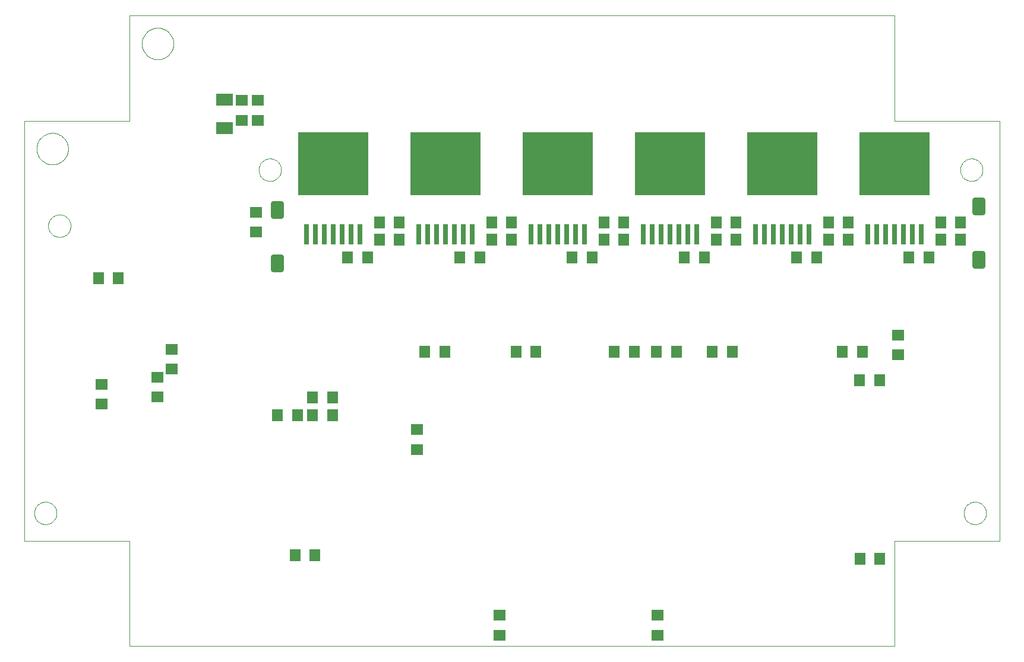
<source format=gtp>
G75*
G70*
%OFA0B0*%
%FSLAX24Y24*%
%IPPOS*%
%LPD*%
%AMOC8*
5,1,8,0,0,1.08239X$1,22.5*
%
%ADD10C,0.0000*%
%ADD11R,0.0315X0.1181*%
%ADD12R,0.3937X0.3543*%
%ADD13R,0.0630X0.0709*%
%ADD14R,0.0709X0.0630*%
%ADD15C,0.0300*%
%ADD16R,0.0630X0.0710*%
%ADD17R,0.0710X0.0630*%
%ADD18R,0.0945X0.0709*%
D10*
X008939Y004759D02*
X008939Y010664D01*
X003033Y010664D01*
X003033Y034286D01*
X008939Y034286D01*
X008939Y040192D01*
X051852Y040192D01*
X051852Y034286D01*
X057758Y034286D01*
X057758Y010664D01*
X051852Y010664D01*
X051852Y004759D01*
X008939Y004759D01*
X003584Y012239D02*
X003586Y012289D01*
X003592Y012339D01*
X003602Y012388D01*
X003616Y012436D01*
X003633Y012483D01*
X003654Y012528D01*
X003679Y012572D01*
X003707Y012613D01*
X003739Y012652D01*
X003773Y012689D01*
X003810Y012723D01*
X003850Y012753D01*
X003892Y012780D01*
X003936Y012804D01*
X003982Y012825D01*
X004029Y012841D01*
X004077Y012854D01*
X004127Y012863D01*
X004176Y012868D01*
X004227Y012869D01*
X004277Y012866D01*
X004326Y012859D01*
X004375Y012848D01*
X004423Y012833D01*
X004469Y012815D01*
X004514Y012793D01*
X004557Y012767D01*
X004598Y012738D01*
X004637Y012706D01*
X004673Y012671D01*
X004705Y012633D01*
X004735Y012593D01*
X004762Y012550D01*
X004785Y012506D01*
X004804Y012460D01*
X004820Y012412D01*
X004832Y012363D01*
X004840Y012314D01*
X004844Y012264D01*
X004844Y012214D01*
X004840Y012164D01*
X004832Y012115D01*
X004820Y012066D01*
X004804Y012018D01*
X004785Y011972D01*
X004762Y011928D01*
X004735Y011885D01*
X004705Y011845D01*
X004673Y011807D01*
X004637Y011772D01*
X004598Y011740D01*
X004557Y011711D01*
X004514Y011685D01*
X004469Y011663D01*
X004423Y011645D01*
X004375Y011630D01*
X004326Y011619D01*
X004277Y011612D01*
X004227Y011609D01*
X004176Y011610D01*
X004127Y011615D01*
X004077Y011624D01*
X004029Y011637D01*
X003982Y011653D01*
X003936Y011674D01*
X003892Y011698D01*
X003850Y011725D01*
X003810Y011755D01*
X003773Y011789D01*
X003739Y011826D01*
X003707Y011865D01*
X003679Y011906D01*
X003654Y011950D01*
X003633Y011995D01*
X003616Y012042D01*
X003602Y012090D01*
X003592Y012139D01*
X003586Y012189D01*
X003584Y012239D01*
X004372Y028381D02*
X004374Y028431D01*
X004380Y028481D01*
X004390Y028530D01*
X004404Y028578D01*
X004421Y028625D01*
X004442Y028670D01*
X004467Y028714D01*
X004495Y028755D01*
X004527Y028794D01*
X004561Y028831D01*
X004598Y028865D01*
X004638Y028895D01*
X004680Y028922D01*
X004724Y028946D01*
X004770Y028967D01*
X004817Y028983D01*
X004865Y028996D01*
X004915Y029005D01*
X004964Y029010D01*
X005015Y029011D01*
X005065Y029008D01*
X005114Y029001D01*
X005163Y028990D01*
X005211Y028975D01*
X005257Y028957D01*
X005302Y028935D01*
X005345Y028909D01*
X005386Y028880D01*
X005425Y028848D01*
X005461Y028813D01*
X005493Y028775D01*
X005523Y028735D01*
X005550Y028692D01*
X005573Y028648D01*
X005592Y028602D01*
X005608Y028554D01*
X005620Y028505D01*
X005628Y028456D01*
X005632Y028406D01*
X005632Y028356D01*
X005628Y028306D01*
X005620Y028257D01*
X005608Y028208D01*
X005592Y028160D01*
X005573Y028114D01*
X005550Y028070D01*
X005523Y028027D01*
X005493Y027987D01*
X005461Y027949D01*
X005425Y027914D01*
X005386Y027882D01*
X005345Y027853D01*
X005302Y027827D01*
X005257Y027805D01*
X005211Y027787D01*
X005163Y027772D01*
X005114Y027761D01*
X005065Y027754D01*
X005015Y027751D01*
X004964Y027752D01*
X004915Y027757D01*
X004865Y027766D01*
X004817Y027779D01*
X004770Y027795D01*
X004724Y027816D01*
X004680Y027840D01*
X004638Y027867D01*
X004598Y027897D01*
X004561Y027931D01*
X004527Y027968D01*
X004495Y028007D01*
X004467Y028048D01*
X004442Y028092D01*
X004421Y028137D01*
X004404Y028184D01*
X004390Y028232D01*
X004380Y028281D01*
X004374Y028331D01*
X004372Y028381D01*
X003722Y032712D02*
X003724Y032771D01*
X003730Y032830D01*
X003740Y032888D01*
X003753Y032946D01*
X003771Y033003D01*
X003792Y033058D01*
X003817Y033112D01*
X003846Y033164D01*
X003878Y033213D01*
X003913Y033261D01*
X003951Y033306D01*
X003992Y033349D01*
X004036Y033389D01*
X004082Y033425D01*
X004131Y033459D01*
X004182Y033489D01*
X004235Y033516D01*
X004290Y033539D01*
X004345Y033558D01*
X004403Y033574D01*
X004461Y033586D01*
X004519Y033594D01*
X004578Y033598D01*
X004638Y033598D01*
X004697Y033594D01*
X004755Y033586D01*
X004813Y033574D01*
X004871Y033558D01*
X004926Y033539D01*
X004981Y033516D01*
X005034Y033489D01*
X005085Y033459D01*
X005134Y033425D01*
X005180Y033389D01*
X005224Y033349D01*
X005265Y033306D01*
X005303Y033261D01*
X005338Y033213D01*
X005370Y033164D01*
X005399Y033112D01*
X005424Y033058D01*
X005445Y033003D01*
X005463Y032946D01*
X005476Y032888D01*
X005486Y032830D01*
X005492Y032771D01*
X005494Y032712D01*
X005492Y032653D01*
X005486Y032594D01*
X005476Y032536D01*
X005463Y032478D01*
X005445Y032421D01*
X005424Y032366D01*
X005399Y032312D01*
X005370Y032260D01*
X005338Y032211D01*
X005303Y032163D01*
X005265Y032118D01*
X005224Y032075D01*
X005180Y032035D01*
X005134Y031999D01*
X005085Y031965D01*
X005034Y031935D01*
X004981Y031908D01*
X004926Y031885D01*
X004871Y031866D01*
X004813Y031850D01*
X004755Y031838D01*
X004697Y031830D01*
X004638Y031826D01*
X004578Y031826D01*
X004519Y031830D01*
X004461Y031838D01*
X004403Y031850D01*
X004345Y031866D01*
X004290Y031885D01*
X004235Y031908D01*
X004182Y031935D01*
X004131Y031965D01*
X004082Y031999D01*
X004036Y032035D01*
X003992Y032075D01*
X003951Y032118D01*
X003913Y032163D01*
X003878Y032211D01*
X003846Y032260D01*
X003817Y032312D01*
X003792Y032366D01*
X003771Y032421D01*
X003753Y032478D01*
X003740Y032536D01*
X003730Y032594D01*
X003724Y032653D01*
X003722Y032712D01*
X009628Y038617D02*
X009630Y038676D01*
X009636Y038735D01*
X009646Y038793D01*
X009659Y038851D01*
X009677Y038908D01*
X009698Y038963D01*
X009723Y039017D01*
X009752Y039069D01*
X009784Y039118D01*
X009819Y039166D01*
X009857Y039211D01*
X009898Y039254D01*
X009942Y039294D01*
X009988Y039330D01*
X010037Y039364D01*
X010088Y039394D01*
X010141Y039421D01*
X010196Y039444D01*
X010251Y039463D01*
X010309Y039479D01*
X010367Y039491D01*
X010425Y039499D01*
X010484Y039503D01*
X010544Y039503D01*
X010603Y039499D01*
X010661Y039491D01*
X010719Y039479D01*
X010777Y039463D01*
X010832Y039444D01*
X010887Y039421D01*
X010940Y039394D01*
X010991Y039364D01*
X011040Y039330D01*
X011086Y039294D01*
X011130Y039254D01*
X011171Y039211D01*
X011209Y039166D01*
X011244Y039118D01*
X011276Y039069D01*
X011305Y039017D01*
X011330Y038963D01*
X011351Y038908D01*
X011369Y038851D01*
X011382Y038793D01*
X011392Y038735D01*
X011398Y038676D01*
X011400Y038617D01*
X011398Y038558D01*
X011392Y038499D01*
X011382Y038441D01*
X011369Y038383D01*
X011351Y038326D01*
X011330Y038271D01*
X011305Y038217D01*
X011276Y038165D01*
X011244Y038116D01*
X011209Y038068D01*
X011171Y038023D01*
X011130Y037980D01*
X011086Y037940D01*
X011040Y037904D01*
X010991Y037870D01*
X010940Y037840D01*
X010887Y037813D01*
X010832Y037790D01*
X010777Y037771D01*
X010719Y037755D01*
X010661Y037743D01*
X010603Y037735D01*
X010544Y037731D01*
X010484Y037731D01*
X010425Y037735D01*
X010367Y037743D01*
X010309Y037755D01*
X010251Y037771D01*
X010196Y037790D01*
X010141Y037813D01*
X010088Y037840D01*
X010037Y037870D01*
X009988Y037904D01*
X009942Y037940D01*
X009898Y037980D01*
X009857Y038023D01*
X009819Y038068D01*
X009784Y038116D01*
X009752Y038165D01*
X009723Y038217D01*
X009698Y038271D01*
X009677Y038326D01*
X009659Y038383D01*
X009646Y038441D01*
X009636Y038499D01*
X009630Y038558D01*
X009628Y038617D01*
X016183Y031530D02*
X016185Y031580D01*
X016191Y031630D01*
X016201Y031679D01*
X016215Y031727D01*
X016232Y031774D01*
X016253Y031819D01*
X016278Y031863D01*
X016306Y031904D01*
X016338Y031943D01*
X016372Y031980D01*
X016409Y032014D01*
X016449Y032044D01*
X016491Y032071D01*
X016535Y032095D01*
X016581Y032116D01*
X016628Y032132D01*
X016676Y032145D01*
X016726Y032154D01*
X016775Y032159D01*
X016826Y032160D01*
X016876Y032157D01*
X016925Y032150D01*
X016974Y032139D01*
X017022Y032124D01*
X017068Y032106D01*
X017113Y032084D01*
X017156Y032058D01*
X017197Y032029D01*
X017236Y031997D01*
X017272Y031962D01*
X017304Y031924D01*
X017334Y031884D01*
X017361Y031841D01*
X017384Y031797D01*
X017403Y031751D01*
X017419Y031703D01*
X017431Y031654D01*
X017439Y031605D01*
X017443Y031555D01*
X017443Y031505D01*
X017439Y031455D01*
X017431Y031406D01*
X017419Y031357D01*
X017403Y031309D01*
X017384Y031263D01*
X017361Y031219D01*
X017334Y031176D01*
X017304Y031136D01*
X017272Y031098D01*
X017236Y031063D01*
X017197Y031031D01*
X017156Y031002D01*
X017113Y030976D01*
X017068Y030954D01*
X017022Y030936D01*
X016974Y030921D01*
X016925Y030910D01*
X016876Y030903D01*
X016826Y030900D01*
X016775Y030901D01*
X016726Y030906D01*
X016676Y030915D01*
X016628Y030928D01*
X016581Y030944D01*
X016535Y030965D01*
X016491Y030989D01*
X016449Y031016D01*
X016409Y031046D01*
X016372Y031080D01*
X016338Y031117D01*
X016306Y031156D01*
X016278Y031197D01*
X016253Y031241D01*
X016232Y031286D01*
X016215Y031333D01*
X016201Y031381D01*
X016191Y031430D01*
X016185Y031480D01*
X016183Y031530D01*
X055553Y031530D02*
X055555Y031580D01*
X055561Y031630D01*
X055571Y031679D01*
X055585Y031727D01*
X055602Y031774D01*
X055623Y031819D01*
X055648Y031863D01*
X055676Y031904D01*
X055708Y031943D01*
X055742Y031980D01*
X055779Y032014D01*
X055819Y032044D01*
X055861Y032071D01*
X055905Y032095D01*
X055951Y032116D01*
X055998Y032132D01*
X056046Y032145D01*
X056096Y032154D01*
X056145Y032159D01*
X056196Y032160D01*
X056246Y032157D01*
X056295Y032150D01*
X056344Y032139D01*
X056392Y032124D01*
X056438Y032106D01*
X056483Y032084D01*
X056526Y032058D01*
X056567Y032029D01*
X056606Y031997D01*
X056642Y031962D01*
X056674Y031924D01*
X056704Y031884D01*
X056731Y031841D01*
X056754Y031797D01*
X056773Y031751D01*
X056789Y031703D01*
X056801Y031654D01*
X056809Y031605D01*
X056813Y031555D01*
X056813Y031505D01*
X056809Y031455D01*
X056801Y031406D01*
X056789Y031357D01*
X056773Y031309D01*
X056754Y031263D01*
X056731Y031219D01*
X056704Y031176D01*
X056674Y031136D01*
X056642Y031098D01*
X056606Y031063D01*
X056567Y031031D01*
X056526Y031002D01*
X056483Y030976D01*
X056438Y030954D01*
X056392Y030936D01*
X056344Y030921D01*
X056295Y030910D01*
X056246Y030903D01*
X056196Y030900D01*
X056145Y030901D01*
X056096Y030906D01*
X056046Y030915D01*
X055998Y030928D01*
X055951Y030944D01*
X055905Y030965D01*
X055861Y030989D01*
X055819Y031016D01*
X055779Y031046D01*
X055742Y031080D01*
X055708Y031117D01*
X055676Y031156D01*
X055648Y031197D01*
X055623Y031241D01*
X055602Y031286D01*
X055585Y031333D01*
X055571Y031381D01*
X055561Y031430D01*
X055555Y031480D01*
X055553Y031530D01*
X055750Y012239D02*
X055752Y012289D01*
X055758Y012339D01*
X055768Y012388D01*
X055782Y012436D01*
X055799Y012483D01*
X055820Y012528D01*
X055845Y012572D01*
X055873Y012613D01*
X055905Y012652D01*
X055939Y012689D01*
X055976Y012723D01*
X056016Y012753D01*
X056058Y012780D01*
X056102Y012804D01*
X056148Y012825D01*
X056195Y012841D01*
X056243Y012854D01*
X056293Y012863D01*
X056342Y012868D01*
X056393Y012869D01*
X056443Y012866D01*
X056492Y012859D01*
X056541Y012848D01*
X056589Y012833D01*
X056635Y012815D01*
X056680Y012793D01*
X056723Y012767D01*
X056764Y012738D01*
X056803Y012706D01*
X056839Y012671D01*
X056871Y012633D01*
X056901Y012593D01*
X056928Y012550D01*
X056951Y012506D01*
X056970Y012460D01*
X056986Y012412D01*
X056998Y012363D01*
X057006Y012314D01*
X057010Y012264D01*
X057010Y012214D01*
X057006Y012164D01*
X056998Y012115D01*
X056986Y012066D01*
X056970Y012018D01*
X056951Y011972D01*
X056928Y011928D01*
X056901Y011885D01*
X056871Y011845D01*
X056839Y011807D01*
X056803Y011772D01*
X056764Y011740D01*
X056723Y011711D01*
X056680Y011685D01*
X056635Y011663D01*
X056589Y011645D01*
X056541Y011630D01*
X056492Y011619D01*
X056443Y011612D01*
X056393Y011609D01*
X056342Y011610D01*
X056293Y011615D01*
X056243Y011624D01*
X056195Y011637D01*
X056148Y011653D01*
X056102Y011674D01*
X056058Y011698D01*
X056016Y011725D01*
X055976Y011755D01*
X055939Y011789D01*
X055905Y011826D01*
X055873Y011865D01*
X055845Y011906D01*
X055820Y011950D01*
X055799Y011995D01*
X055782Y012042D01*
X055768Y012090D01*
X055758Y012139D01*
X055752Y012189D01*
X055750Y012239D01*
D11*
X053352Y027905D03*
X052852Y027905D03*
X052352Y027905D03*
X051852Y027905D03*
X051352Y027905D03*
X050852Y027905D03*
X050352Y027905D03*
X047053Y027905D03*
X046553Y027905D03*
X046053Y027905D03*
X045553Y027905D03*
X045053Y027905D03*
X044553Y027905D03*
X044053Y027905D03*
X040754Y027905D03*
X040254Y027905D03*
X039754Y027905D03*
X039254Y027905D03*
X038754Y027905D03*
X038254Y027905D03*
X037754Y027905D03*
X034455Y027905D03*
X033955Y027905D03*
X033455Y027905D03*
X032955Y027905D03*
X032455Y027905D03*
X031955Y027905D03*
X031455Y027905D03*
X028155Y027905D03*
X027655Y027905D03*
X027155Y027905D03*
X026655Y027905D03*
X026155Y027905D03*
X025655Y027905D03*
X025155Y027905D03*
X021856Y027905D03*
X021356Y027905D03*
X020856Y027905D03*
X020356Y027905D03*
X019856Y027905D03*
X019356Y027905D03*
X018856Y027905D03*
D12*
X020356Y031883D03*
X026655Y031883D03*
X032955Y031883D03*
X039254Y031883D03*
X045553Y031883D03*
X051852Y031883D03*
D13*
X049254Y028578D03*
X049254Y027593D03*
X048151Y027593D03*
X048151Y028578D03*
X042955Y028578D03*
X042955Y027593D03*
X041852Y027593D03*
X041852Y028578D03*
X036655Y028578D03*
X036655Y027593D03*
X035553Y027593D03*
X035553Y028578D03*
X030356Y028578D03*
X030356Y027593D03*
X029254Y027593D03*
X029254Y028578D03*
X024057Y028578D03*
X024057Y027593D03*
X022955Y027593D03*
X022955Y028578D03*
X008309Y025428D03*
X007207Y025428D03*
X019214Y017751D03*
X020317Y017751D03*
X019333Y009877D03*
X018230Y009877D03*
X049923Y009680D03*
X051026Y009680D03*
X054451Y027593D03*
X054451Y028578D03*
X055553Y028578D03*
X055553Y027593D03*
D14*
X038565Y006491D03*
X038565Y005389D03*
X029707Y005389D03*
X029707Y006491D03*
X025081Y015822D03*
X025081Y016924D03*
X011301Y020349D03*
X010514Y019877D03*
X010514Y018775D03*
X011301Y021452D03*
X007364Y019483D03*
X007364Y018381D03*
X016026Y028027D03*
X016026Y029129D03*
D15*
X016982Y029640D02*
X017432Y029640D01*
X017432Y028940D01*
X016982Y028940D01*
X016982Y029640D01*
X016982Y029239D02*
X017432Y029239D01*
X017432Y029538D02*
X016982Y029538D01*
X016982Y026640D02*
X017432Y026640D01*
X017432Y025940D01*
X016982Y025940D01*
X016982Y026640D01*
X016982Y026239D02*
X017432Y026239D01*
X017432Y026538D02*
X016982Y026538D01*
X056352Y026837D02*
X056802Y026837D01*
X056802Y026137D01*
X056352Y026137D01*
X056352Y026837D01*
X056352Y026436D02*
X056802Y026436D01*
X056802Y026735D02*
X056352Y026735D01*
X056352Y029837D02*
X056802Y029837D01*
X056802Y029137D01*
X056352Y029137D01*
X056352Y029837D01*
X056352Y029436D02*
X056802Y029436D01*
X056802Y029735D02*
X056352Y029735D01*
D16*
X053790Y026609D03*
X052670Y026609D03*
X047491Y026609D03*
X046371Y026609D03*
X041192Y026609D03*
X040072Y026609D03*
X034892Y026609D03*
X033773Y026609D03*
X028593Y026609D03*
X027474Y026609D03*
X022294Y026609D03*
X021174Y026609D03*
X025505Y021294D03*
X026625Y021294D03*
X030623Y021294D03*
X031743Y021294D03*
X036135Y021294D03*
X037255Y021294D03*
X038497Y021294D03*
X039617Y021294D03*
X041647Y021294D03*
X042766Y021294D03*
X048930Y021294D03*
X050050Y021294D03*
X049899Y019712D03*
X051018Y019712D03*
X020326Y018735D03*
X019206Y018735D03*
X018357Y017751D03*
X017237Y017751D03*
D17*
X016124Y034317D03*
X015238Y034317D03*
X015238Y035437D03*
X016124Y035437D03*
X052049Y022248D03*
X052049Y021128D03*
D18*
X014254Y033883D03*
X014254Y035477D03*
M02*

</source>
